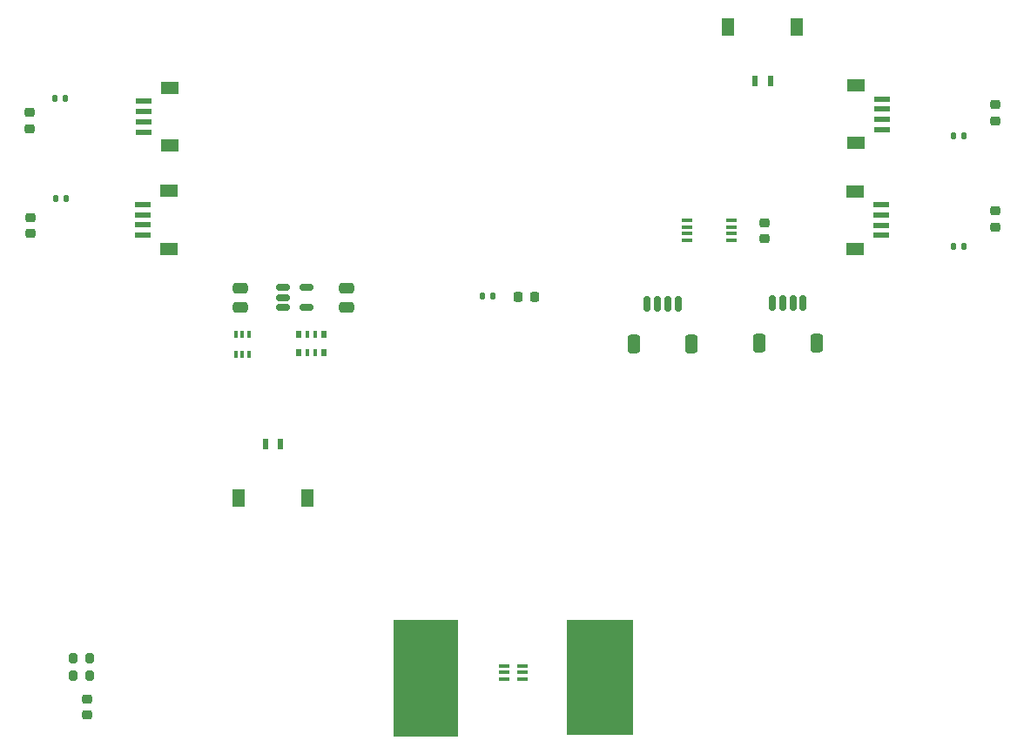
<source format=gbr>
%TF.GenerationSoftware,KiCad,Pcbnew,7.0.5*%
%TF.CreationDate,2023-07-31T21:27:43-07:00*%
%TF.ProjectId,antenna_top_cap,616e7465-6e6e-4615-9f74-6f705f636170,rev?*%
%TF.SameCoordinates,Original*%
%TF.FileFunction,Paste,Top*%
%TF.FilePolarity,Positive*%
%FSLAX46Y46*%
G04 Gerber Fmt 4.6, Leading zero omitted, Abs format (unit mm)*
G04 Created by KiCad (PCBNEW 7.0.5) date 2023-07-31 21:27:43*
%MOMM*%
%LPD*%
G01*
G04 APERTURE LIST*
G04 Aperture macros list*
%AMRoundRect*
0 Rectangle with rounded corners*
0 $1 Rounding radius*
0 $2 $3 $4 $5 $6 $7 $8 $9 X,Y pos of 4 corners*
0 Add a 4 corners polygon primitive as box body*
4,1,4,$2,$3,$4,$5,$6,$7,$8,$9,$2,$3,0*
0 Add four circle primitives for the rounded corners*
1,1,$1+$1,$2,$3*
1,1,$1+$1,$4,$5*
1,1,$1+$1,$6,$7*
1,1,$1+$1,$8,$9*
0 Add four rect primitives between the rounded corners*
20,1,$1+$1,$2,$3,$4,$5,0*
20,1,$1+$1,$4,$5,$6,$7,0*
20,1,$1+$1,$6,$7,$8,$9,0*
20,1,$1+$1,$8,$9,$2,$3,0*%
G04 Aperture macros list end*
%ADD10R,6.400000X11.300000*%
%ADD11R,6.390000X11.320000*%
%ADD12RoundRect,0.200000X-0.200000X-0.275000X0.200000X-0.275000X0.200000X0.275000X-0.200000X0.275000X0*%
%ADD13R,1.550000X0.600000*%
%ADD14R,1.800000X1.200000*%
%ADD15R,1.000000X0.350000*%
%ADD16R,1.250000X1.800000*%
%ADD17R,0.600000X1.000000*%
%ADD18RoundRect,0.218750X-0.218750X-0.256250X0.218750X-0.256250X0.218750X0.256250X-0.218750X0.256250X0*%
%ADD19RoundRect,0.218750X0.256250X-0.218750X0.256250X0.218750X-0.256250X0.218750X-0.256250X-0.218750X0*%
%ADD20RoundRect,0.250000X-0.475000X0.250000X-0.475000X-0.250000X0.475000X-0.250000X0.475000X0.250000X0*%
%ADD21RoundRect,0.135000X0.135000X0.185000X-0.135000X0.185000X-0.135000X-0.185000X0.135000X-0.185000X0*%
%ADD22RoundRect,0.250000X0.475000X-0.250000X0.475000X0.250000X-0.475000X0.250000X-0.475000X-0.250000X0*%
%ADD23RoundRect,0.218750X-0.256250X0.218750X-0.256250X-0.218750X0.256250X-0.218750X0.256250X0.218750X0*%
%ADD24RoundRect,0.135000X-0.135000X-0.185000X0.135000X-0.185000X0.135000X0.185000X-0.135000X0.185000X0*%
%ADD25RoundRect,0.250000X-0.350000X-0.650000X0.350000X-0.650000X0.350000X0.650000X-0.350000X0.650000X0*%
%ADD26RoundRect,0.150000X-0.150000X-0.625000X0.150000X-0.625000X0.150000X0.625000X-0.150000X0.625000X0*%
%ADD27RoundRect,0.150000X-0.512500X-0.150000X0.512500X-0.150000X0.512500X0.150000X-0.512500X0.150000X0*%
%ADD28R,1.100000X0.400000*%
%ADD29RoundRect,0.225000X-0.250000X0.225000X-0.250000X-0.225000X0.250000X-0.225000X0.250000X0.225000X0*%
%ADD30R,0.400000X0.650000*%
%ADD31R,0.500000X0.800000*%
%ADD32R,0.400000X0.800000*%
G04 APERTURE END LIST*
D10*
%TO.C,J6*%
X173970800Y-135944400D03*
D11*
X156990800Y-135964400D03*
%TD*%
D12*
%TO.C,R4*%
X122695800Y-135769400D03*
X124345800Y-135769400D03*
%TD*%
D13*
%TO.C,J9*%
X129550800Y-79889400D03*
X129550800Y-80889400D03*
X129550800Y-81889400D03*
X129550800Y-82889400D03*
D14*
X132075800Y-78589400D03*
X132075800Y-84189400D03*
%TD*%
D15*
%TO.C,U3*%
X164585800Y-134799400D03*
X164585800Y-135449400D03*
X164585800Y-136099400D03*
X166385800Y-136099400D03*
X166385800Y-135449400D03*
X166385800Y-134799400D03*
%TD*%
D13*
%TO.C,J16*%
X201350800Y-82659400D03*
X201350800Y-81659400D03*
X201350800Y-80659400D03*
X201350800Y-79659400D03*
D14*
X198825800Y-83959400D03*
X198825800Y-78359400D03*
%TD*%
D16*
%TO.C,J2*%
X186385798Y-72699400D03*
X193095798Y-72699400D03*
D17*
X188990798Y-77889400D03*
X190490798Y-77889400D03*
%TD*%
D18*
%TO.C,D1*%
X165990800Y-98909400D03*
X167565800Y-98909400D03*
%TD*%
D13*
%TO.C,J14*%
X201305800Y-92939400D03*
X201305800Y-91939400D03*
X201305800Y-90939400D03*
X201305800Y-89939400D03*
D14*
X198780800Y-94239400D03*
X198780800Y-88639400D03*
%TD*%
D19*
%TO.C,D4*%
X212355800Y-92154400D03*
X212355800Y-90579400D03*
%TD*%
%TO.C,D5*%
X212365800Y-81824400D03*
X212365800Y-80249400D03*
%TD*%
D20*
%TO.C,C2*%
X149275800Y-98039400D03*
X149275800Y-99939400D03*
%TD*%
D21*
%TO.C,R6*%
X121995800Y-89359400D03*
X120975800Y-89359400D03*
%TD*%
D22*
%TO.C,C1*%
X139005800Y-99949400D03*
X139005800Y-98049400D03*
%TD*%
D23*
%TO.C,D3*%
X118595800Y-91199400D03*
X118595800Y-92774400D03*
%TD*%
D24*
%TO.C,R8*%
X208325800Y-83259400D03*
X209345800Y-83259400D03*
%TD*%
D25*
%TO.C,J8*%
X194995800Y-103429400D03*
X189395800Y-103429400D03*
D26*
X193695800Y-99554400D03*
X192695800Y-99554400D03*
X191695800Y-99554400D03*
X190695800Y-99554400D03*
%TD*%
D16*
%TO.C,J3*%
X145505800Y-118439400D03*
X138795800Y-118439400D03*
D17*
X142900800Y-113249400D03*
X141400800Y-113249400D03*
%TD*%
D27*
%TO.C,U2*%
X143140800Y-98029400D03*
X143140800Y-98979400D03*
X143140800Y-99929400D03*
X145415800Y-99929400D03*
X145415800Y-98029400D03*
%TD*%
D28*
%TO.C,IC1*%
X182405800Y-91479400D03*
X182405800Y-92129400D03*
X182405800Y-92779400D03*
X182405800Y-93429400D03*
X186705800Y-93429400D03*
X186705800Y-92779400D03*
X186705800Y-92129400D03*
X186705800Y-91479400D03*
%TD*%
D24*
%TO.C,R7*%
X208345800Y-94019400D03*
X209365800Y-94019400D03*
%TD*%
D13*
%TO.C,J12*%
X129480800Y-89929400D03*
X129480800Y-90929400D03*
X129480800Y-91929400D03*
X129480800Y-92929400D03*
D14*
X132005800Y-88629400D03*
X132005800Y-94229400D03*
%TD*%
D12*
%TO.C,R2*%
X122710800Y-134049400D03*
X124360800Y-134049400D03*
%TD*%
D29*
%TO.C,C3*%
X124035800Y-138044400D03*
X124035800Y-139594400D03*
%TD*%
%TO.C,C6*%
X189895800Y-91704400D03*
X189895800Y-93254400D03*
%TD*%
D30*
%TO.C,Q1*%
X139809486Y-102580224D03*
X139159486Y-102580224D03*
X138509486Y-102580224D03*
X138509486Y-104480224D03*
X139159486Y-104480224D03*
X139809486Y-104480224D03*
%TD*%
D23*
%TO.C,D2*%
X118445800Y-80989400D03*
X118445800Y-82564400D03*
%TD*%
D31*
%TO.C,R3*%
X147079484Y-102570227D03*
D32*
X146279484Y-102570227D03*
X145479484Y-102570227D03*
D31*
X144679484Y-102570227D03*
X144679484Y-104370227D03*
D32*
X145479484Y-104370227D03*
X146279484Y-104370227D03*
D31*
X147079484Y-104370227D03*
%TD*%
D21*
%TO.C,R5*%
X121965800Y-79609400D03*
X120945800Y-79609400D03*
%TD*%
D24*
%TO.C,R1*%
X162485800Y-98869400D03*
X163505800Y-98869400D03*
%TD*%
D25*
%TO.C,J4*%
X182825800Y-103469400D03*
X177225800Y-103469400D03*
D26*
X181525800Y-99594400D03*
X180525800Y-99594400D03*
X179525800Y-99594400D03*
X178525800Y-99594400D03*
%TD*%
M02*

</source>
